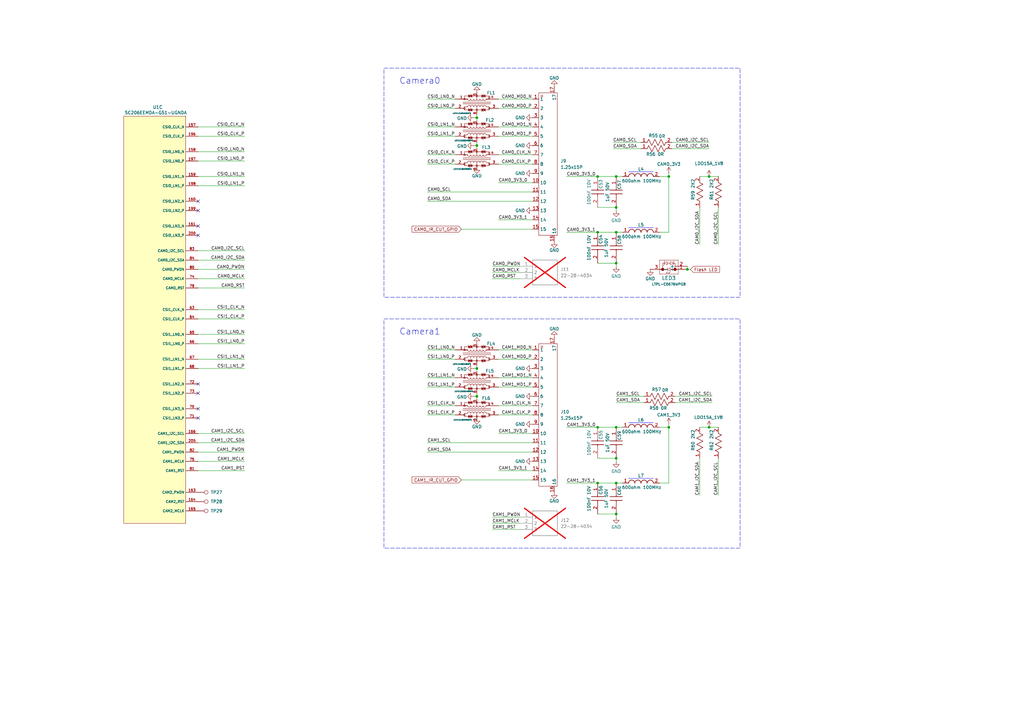
<source format=kicad_sch>
(kicad_sch (version 20250114) (generator "eeschema") (generator_version "9.0")
  (paper "A3")
  (title_block (title "Camera") (date "2025-10-10") (rev "v1.0") (company "Author: Mehmet Cihangir") (comment 1 "CamTracker"))
  (rectangle (start 157.48 27.94) (end 303.53 121.92) (stroke (width 0) (type dash)))
  (rectangle (start 157.48 130.81) (end 303.53 224.79) (stroke (width 0) (type dash)))
  (text "Camera0" (at 172.212 33.274 0) (effects (font (size 2.54 2.54))))
  (text "Camera1" (at 172.212 136.144 0) (effects (font (size 2.54 2.54))))
  (junction (at 281.94 110.49))
  (junction (at 252.73 72.39))
  (junction (at 252.73 85.09))
  (junction (at 245.11 175.26))
  (junction (at 245.11 95.25))
  (junction (at 252.73 107.95))
  (junction (at 252.73 175.26))
  (junction (at 252.73 198.12))
  (junction (at 195.58 162.56))
  (junction (at 195.58 59.69))
  (junction (at 195.58 151.13))
  (junction (at 252.73 95.25))
  (junction (at 245.11 72.39))
  (junction (at 274.32 72.39))
  (junction (at 252.73 210.82))
  (junction (at 290.83 175.26))
  (junction (at 290.83 72.39))
  (junction (at 252.73 187.96))
  (junction (at 245.11 198.12))
  (junction (at 195.58 48.26))
  (junction (at 274.32 175.26))
  (no_connect (at 81.28 161.29))
  (no_connect (at 81.28 96.52))
  (no_connect (at 81.28 171.45))
  (no_connect (at 81.28 92.71))
  (no_connect (at 81.28 86.36))
  (no_connect (at 81.28 157.48))
  (no_connect (at 81.28 82.55))
  (no_connect (at 81.28 167.64))
  (wire (pts (xy 245.11 187.96) (xy 252.73 187.96)))
  (wire (pts (xy 175.26 55.88) (xy 186.69 55.88)))
  (wire (pts (xy 204.47 154.94) (xy 218.44 154.94)))
  (wire (pts (xy 204.47 143.51) (xy 218.44 143.51)))
  (wire (pts (xy 195.58 162.56) (xy 194.31 162.56)))
  (wire (pts (xy 281.94 110.49) (xy 281.94 109.22)))
  (wire (pts (xy 274.32 95.25) (xy 274.32 72.39)))
  (wire (pts (xy 195.58 48.26) (xy 195.58 49.53)))
  (wire (pts (xy 204.47 74.93) (xy 218.44 74.93)))
  (wire (pts (xy 195.58 46.99) (xy 195.58 48.26)))
  (wire (pts (xy 201.93 212.09) (xy 213.36 212.09)))
  (wire (pts (xy 245.11 72.39) (xy 252.73 72.39)))
  (wire (pts (xy 195.58 171.45) (xy 195.58 172.72)))
  (wire (pts (xy 175.26 67.31) (xy 186.69 67.31)))
  (wire (pts (xy 100.33 118.11) (xy 81.28 118.11)))
  (wire (pts (xy 175.26 52.07) (xy 186.69 52.07)))
  (wire (pts (xy 274.32 72.39) (xy 274.32 71.12)))
  (wire (pts (xy 294.64 175.26) (xy 290.83 175.26)))
  (wire (pts (xy 195.58 151.13) (xy 195.58 152.4)))
  (wire (pts (xy 204.47 170.18) (xy 218.44 170.18)))
  (wire (pts (xy 287.02 175.26) (xy 290.83 175.26)))
  (wire (pts (xy 175.26 82.55) (xy 218.44 82.55)))
  (wire (pts (xy 100.33 130.81) (xy 81.28 130.81)))
  (wire (pts (xy 175.26 147.32) (xy 186.69 147.32)))
  (wire (pts (xy 204.47 147.32) (xy 218.44 147.32)))
  (wire (pts (xy 81.28 193.04) (xy 100.33 193.04)))
  (wire (pts (xy 100.33 55.88) (xy 81.28 55.88)))
  (wire (pts (xy 270.51 95.25) (xy 274.32 95.25)))
  (wire (pts (xy 81.28 177.8) (xy 100.33 177.8)))
  (wire (pts (xy 283.21 110.49) (xy 281.94 110.49)))
  (wire (pts (xy 100.33 151.13) (xy 81.28 151.13)))
  (wire (pts (xy 252.73 189.23) (xy 252.73 187.96)))
  (wire (pts (xy 175.26 170.18) (xy 186.69 170.18)))
  (wire (pts (xy 100.33 72.39) (xy 81.28 72.39)))
  (wire (pts (xy 287.02 203.2) (xy 287.02 187.96)))
  (wire (pts (xy 204.47 158.75) (xy 218.44 158.75)))
  (wire (pts (xy 252.73 212.09) (xy 252.73 210.82)))
  (wire (pts (xy 204.47 67.31) (xy 218.44 67.31)))
  (wire (pts (xy 81.28 140.97) (xy 100.33 140.97)))
  (wire (pts (xy 189.23 196.85) (xy 218.44 196.85)))
  (wire (pts (xy 81.28 137.16) (xy 100.33 137.16)))
  (wire (pts (xy 175.26 185.42) (xy 218.44 185.42)))
  (wire (pts (xy 175.26 154.94) (xy 186.69 154.94)))
  (wire (pts (xy 252.73 165.1) (xy 264.16 165.1)))
  (wire (pts (xy 292.1 165.1) (xy 276.86 165.1)))
  (wire (pts (xy 287.02 72.39) (xy 290.83 72.39)))
  (wire (pts (xy 252.73 72.39) (xy 255.27 72.39)))
  (wire (pts (xy 252.73 86.36) (xy 252.73 85.09)))
  (wire (pts (xy 195.58 68.58) (xy 195.58 69.85)))
  (wire (pts (xy 100.33 66.04) (xy 81.28 66.04)))
  (wire (pts (xy 294.64 203.2) (xy 294.64 187.96)))
  (wire (pts (xy 100.33 102.87) (xy 81.28 102.87)))
  (wire (pts (xy 204.47 177.8) (xy 218.44 177.8)))
  (wire (pts (xy 100.33 110.49) (xy 81.28 110.49)))
  (wire (pts (xy 204.47 166.37) (xy 218.44 166.37)))
  (wire (pts (xy 195.58 149.86) (xy 195.58 151.13)))
  (wire (pts (xy 201.93 214.63) (xy 213.36 214.63)))
  (wire (pts (xy 232.41 95.25) (xy 245.11 95.25)))
  (wire (pts (xy 274.32 198.12) (xy 274.32 175.26)))
  (wire (pts (xy 100.33 114.3) (xy 81.28 114.3)))
  (wire (pts (xy 195.58 48.26) (xy 194.31 48.26)))
  (wire (pts (xy 204.47 52.07) (xy 218.44 52.07)))
  (wire (pts (xy 245.11 95.25) (xy 252.73 95.25)))
  (wire (pts (xy 287.02 100.33) (xy 287.02 85.09)))
  (wire (pts (xy 100.33 127) (xy 81.28 127)))
  (wire (pts (xy 175.26 143.51) (xy 186.69 143.51)))
  (wire (pts (xy 175.26 181.61) (xy 218.44 181.61)))
  (wire (pts (xy 270.51 198.12) (xy 274.32 198.12)))
  (wire (pts (xy 201.93 114.3) (xy 213.36 114.3)))
  (wire (pts (xy 252.73 175.26) (xy 255.27 175.26)))
  (wire (pts (xy 100.33 147.32) (xy 81.28 147.32)))
  (wire (pts (xy 251.46 60.96) (xy 262.89 60.96)))
  (wire (pts (xy 100.33 62.23) (xy 81.28 62.23)))
  (wire (pts (xy 175.26 158.75) (xy 186.69 158.75)))
  (wire (pts (xy 232.41 175.26) (xy 245.11 175.26)))
  (wire (pts (xy 270.51 72.39) (xy 274.32 72.39)))
  (wire (pts (xy 175.26 166.37) (xy 186.69 166.37)))
  (wire (pts (xy 100.33 76.2) (xy 81.28 76.2)))
  (wire (pts (xy 81.28 185.42) (xy 100.33 185.42)))
  (wire (pts (xy 195.58 151.13) (xy 194.31 151.13)))
  (wire (pts (xy 100.33 106.68) (xy 81.28 106.68)))
  (wire (pts (xy 195.58 161.29) (xy 195.58 162.56)))
  (wire (pts (xy 81.28 181.61) (xy 100.33 181.61)))
  (wire (pts (xy 245.11 107.95) (xy 252.73 107.95)))
  (wire (pts (xy 232.41 72.39) (xy 245.11 72.39)))
  (wire (pts (xy 245.11 198.12) (xy 252.73 198.12)))
  (wire (pts (xy 201.93 109.22) (xy 213.36 109.22)))
  (wire (pts (xy 270.51 175.26) (xy 274.32 175.26)))
  (wire (pts (xy 201.93 111.76) (xy 213.36 111.76)))
  (wire (pts (xy 274.32 175.26) (xy 274.32 173.99)))
  (wire (pts (xy 175.26 63.5) (xy 186.69 63.5)))
  (wire (pts (xy 204.47 193.04) (xy 218.44 193.04)))
  (wire (pts (xy 195.58 60.96) (xy 195.58 59.69)))
  (wire (pts (xy 81.28 189.23) (xy 100.33 189.23)))
  (wire (pts (xy 195.58 58.42) (xy 195.58 59.69)))
  (wire (pts (xy 292.1 162.56) (xy 276.86 162.56)))
  (wire (pts (xy 252.73 198.12) (xy 255.27 198.12)))
  (wire (pts (xy 294.64 100.33) (xy 294.64 85.09)))
  (wire (pts (xy 175.26 78.74) (xy 218.44 78.74)))
  (wire (pts (xy 201.93 217.17) (xy 213.36 217.17)))
  (wire (pts (xy 245.11 175.26) (xy 252.73 175.26)))
  (wire (pts (xy 245.11 85.09) (xy 252.73 85.09)))
  (wire (pts (xy 100.33 52.07) (xy 81.28 52.07)))
  (wire (pts (xy 204.47 44.45) (xy 218.44 44.45)))
  (wire (pts (xy 204.47 63.5) (xy 218.44 63.5)))
  (wire (pts (xy 195.58 59.69) (xy 194.31 59.69)))
  (wire (pts (xy 294.64 72.39) (xy 290.83 72.39)))
  (wire (pts (xy 195.58 163.83) (xy 195.58 162.56)))
  (wire (pts (xy 251.46 58.42) (xy 262.89 58.42)))
  (wire (pts (xy 204.47 90.17) (xy 218.44 90.17)))
  (wire (pts (xy 290.83 60.96) (xy 275.59 60.96)))
  (wire (pts (xy 175.26 40.64) (xy 186.69 40.64)))
  (wire (pts (xy 175.26 44.45) (xy 186.69 44.45)))
  (wire (pts (xy 252.73 109.22) (xy 252.73 107.95)))
  (wire (pts (xy 204.47 55.88) (xy 218.44 55.88)))
  (wire (pts (xy 245.11 210.82) (xy 252.73 210.82)))
  (wire (pts (xy 252.73 162.56) (xy 264.16 162.56)))
  (wire (pts (xy 189.23 93.98) (xy 218.44 93.98)))
  (wire (pts (xy 232.41 198.12) (xy 245.11 198.12)))
  (wire (pts (xy 290.83 58.42) (xy 275.59 58.42)))
  (wire (pts (xy 204.47 40.64) (xy 218.44 40.64)))
  (wire (pts (xy 252.73 95.25) (xy 255.27 95.25)))
  (label "CAM1_PWDN" (at 201.93 212.09 0))
  (label "CAM1_MD0_P" (at 205.74 147.32 0))
  (label "CAM1_SCL" (at 252.73 162.56 0))
  (label "CAM0_CLK_N" (at 205.74 63.5 0))
  (label "CSI1_LN1_N" (at 175.26 154.94 0))
  (label "CAM0_PWDN" (at 100.33 110.49 180))
  (label "CSI1_LN1_P" (at 100.33 151.13 180))
  (label "CSI1_CLK_N" (at 175.26 166.37 0))
  (label "CSI1_CLK_P" (at 175.26 170.18 0))
  (label "CAM1_I2C_SCL" (at 100.33 177.8 180))
  (label "CAM1_3V3_0" (at 232.41 175.26 0))
  (label "CAM1_MD0_N" (at 205.74 143.51 0))
  (label "CSI1_LN0_P" (at 100.33 140.97 180))
  (label "CAM1_SDA" (at 175.26 185.42 0))
  (label "CSI1_LN1_P" (at 175.26 158.75 0))
  (label "CAM0_3V3_0" (at 232.41 72.39 0))
  (label "CAM0_RST" (at 201.93 114.3 0))
  (label "CAM1_SCL" (at 175.26 181.61 0))
  (label "CAM1_I2C_SDA" (at 287.02 203.2 90))
  (label "CAM0_I2C_SDA" (at 287.02 100.33 90))
  (label "CSI0_LN0_N" (at 100.33 62.23 180))
  (label "CAM0_PWDN" (at 201.93 109.22 0))
  (label "CAM0_RST" (at 100.33 118.11 180))
  (label "CAM0_3V3_0" (at 204.47 74.93 0))
  (label "CSI1_LN1_N" (at 100.33 147.32 180))
  (label "CAM0_CLK_P" (at 205.74 67.31 0))
  (label "CAM1_RST" (at 201.93 217.17 0))
  (label "CAM1_PWDN" (at 100.33 185.42 180))
  (label "CAM1_3V3_1" (at 232.41 198.12 0))
  (label "CAM1_CLK_N" (at 205.74 166.37 0))
  (label "CSI1_LN0_N" (at 100.33 137.16 180))
  (label "CSI0_CLK_P" (at 100.33 55.88 180))
  (label "CAM0_MD1_P" (at 205.74 55.88 0))
  (label "CSI1_CLK_P" (at 100.33 130.81 180))
  (label "CSI0_LN1_P" (at 100.33 76.2 180))
  (label "CSI0_LN1_N" (at 100.33 72.39 180))
  (label "CAM1_RST" (at 100.33 193.04 180))
  (label "CAM0_SDA" (at 251.46 60.96 0))
  (label "CAM0_3V3_1" (at 204.47 90.17 0))
  (label "CSI0_LN0_P" (at 175.26 44.45 0))
  (label "CSI0_LN1_P" (at 175.26 55.88 0))
  (label "CAM1_I2C_SCL" (at 294.64 203.2 90))
  (label "CAM0_I2C_SDA" (at 290.83 60.96 180))
  (label "CAM0_MCLK" (at 201.93 111.76 0))
  (label "CAM0_MD0_P" (at 205.74 44.45 0))
  (label "CAM1_3V3_1" (at 204.47 193.04 0))
  (label "CSI0_CLK_N" (at 100.33 52.07 180))
  (label "CSI0_LN0_N" (at 175.26 40.64 0))
  (label "CAM0_MD0_N" (at 205.74 40.64 0))
  (label "CSI0_LN0_P" (at 100.33 66.04 180))
  (label "CAM0_SDA" (at 175.26 82.55 0))
  (label "CAM1_SDA" (at 252.73 165.1 0))
  (label "CAM0_SCL" (at 251.46 58.42 0))
  (label "CAM1_I2C_SDA" (at 100.33 181.61 180))
  (label "CAM1_MD1_P" (at 205.74 158.75 0))
  (label "CSI1_LN0_N" (at 175.26 143.51 0))
  (label "CAM0_MD1_N" (at 205.74 52.07 0))
  (label "CAM0_I2C_SCL" (at 100.33 102.87 180))
  (label "CAM0_MCLK" (at 100.33 114.3 180))
  (label "CAM1_MCLK" (at 201.93 214.63 0))
  (label "CSI0_CLK_N" (at 175.26 63.5 0))
  (label "CAM1_MD1_N" (at 205.74 154.94 0))
  (label "CAM0_SCL" (at 175.26 78.74 0))
  (label "CAM1_I2C_SCL" (at 292.1 162.56 180))
  (label "CSI0_CLK_P" (at 175.26 67.31 0))
  (label "CAM0_I2C_SCL" (at 290.83 58.42 180))
  (label "CAM1_I2C_SDA" (at 292.1 165.1 180))
  (label "CAM1_CLK_P" (at 205.74 170.18 0))
  (label "CAM0_I2C_SDA" (at 100.33 106.68 180))
  (label "CSI0_LN1_N" (at 175.26 52.07 0))
  (label "CSI1_CLK_N" (at 100.33 127 180))
  (label "CAM1_3V3_0" (at 204.47 177.8 0))
  (label "CAM0_I2C_SCL" (at 294.64 100.33 90))
  (label "CSI1_LN0_P" (at 175.26 147.32 0))
  (label "CAM1_MCLK" (at 100.33 189.23 180))
  (label "CAM0_3V3_1" (at 232.41 95.25 0))
  (global_label "CAM1_IR_CUT_GPIO" (shape input) (at 189.23 196.85 180) (property "Intersheetrefs" "${INTERSHEET_REFS}" (effects (hide yes))))
  (global_label "CAM0_IR_CUT_GPIO" (shape input) (at 189.23 93.98 180) (property "Intersheetrefs" "${INTERSHEET_REFS}" (effects (hide yes))))
  (global_label "Flash LED" (shape input) (at 283.21 110.49 0) (property "Intersheetrefs" "${INTERSHEET_REFS}" (effects (hide yes))))
  (symbol (lib_id "000MCLib:22-28-4034") (at 223.52 214.63 0) (unit 1) (in_bom no) (dnp yes)
    (property "Reference" "J12" (at 229.87 213.3599 0) (effects (justify left)))
    (property "Value" "22-28-4034" (at 229.87 215.8999 0) (effects (justify left)))
    (property "Footprint" "000MCLib:HDRV3W66P0X254_1X3_762X249X1042P" (effects (hide yes)))
    (property "Description" "Connector 3P 2.54mm Male Header" (effects (hide yes)))
    (property "Manufacturer" "Molex" (effects (hide yes)))
    (property "Part Number" "22-28-4034" (effects (hide yes)))
  )
  (symbol (lib_id "power:GND") (at 194.31 162.56 270) (unit 1)
    (property "Reference" "#PWR096" (effects (hide yes)))
    (property "Value" "GND" (at 189.484 162.814 90))
    (property "Description" "Power symbol creates a global label with name \"GND\" , ground" (effects (hide yes)))
  )
  (symbol (lib_id "000MCLib:CRCW08050000Z0EA") (at 269.24 58.42 180) (unit 1)
    (property "Reference" "R55" (at 267.97 55.626 0))
    (property "Value" "0R" (at 271.526 55.88 0))
    (property "Footprint" "000MCLib:RESC2012X50N" (effects (hide yes)))
    (property "Datasheet" "http://www.vishay.com/docs/20035/dcrcwe3.pdf" (effects (hide yes)))
    (property "Description" "Resistor 0R 1/8watt 0805" (effects (hide yes)))
    (property "Height" "0.5" (effects (hide yes)))
    (property "Mouser Part Number" "71-CRCW0805-0-E3" (effects (hide yes)))
    (property "Mouser Price/Stock" "https://www.mouser.co.uk/ProductDetail/Vishay-Dale/CRCW08050000Z0EA?qs=waxnFHLl2hB4NcTp6tAQPA%3D%3D" (effects (hide yes)))
    (property "Manufacturer" "Vishay" (effects (hide yes)))
    (property "Part Number" "CRCW08050000Z0EA" (effects (hide yes)))
  )
  (symbol (lib_id "000MCLib:RC0402JR-072K2L") (at 294.64 78.74 270) (unit 1)
    (property "Reference" "R61" (at 291.846 82.042 0) (effects (justify right)))
    (property "Value" "2K2" (at 291.846 77.216 0) (effects (justify right)))
    (property "Footprint" "000MCLib:RC0402N_YAG" (effects (hide yes)))
    (property "Description" "Resistor 2K2 1/16W CH0402" (effects (hide yes)))
    (property "Manufacturer" "YAGEO" (effects (hide yes)))
    (property "Part Number" "RC0402JR-072K2L" (effects (hide yes)))
  )
  (symbol (lib_id "power:GND") (at 252.73 189.23 0) (unit 1)
    (property "Reference" "#PWR0115" (effects (hide yes)))
    (property "Value" "GND" (at 252.73 193.294 0))
    (property "Description" "Power symbol creates a global label with name \"GND\" , ground" (effects (hide yes)))
  )
  (symbol (lib_id "power:GND") (at 227.33 201.93 0) (unit 1)
    (property "Reference" "#PWR0112" (effects (hide yes)))
    (property "Value" "GND" (at 227.33 205.486 0))
    (property "Description" "Power symbol creates a global label with name \"GND\" , ground" (effects (hide yes)))
  )
  (symbol (lib_id "power:VDD") (at 290.83 72.39 0) (unit 1)
    (property "Reference" "#PWR0120" (effects (hide yes)))
    (property "Value" "LDO15A_1V8" (at 290.83 67.056 0))
    (property "Description" "Power symbol creates a global label with name \"VDD\"" (effects (hide yes)))
  )
  (symbol (lib_id "power:VDD") (at 274.32 173.99 0) (unit 1)
    (property "Reference" "#PWR0119" (effects (hide yes)))
    (property "Value" "CAM1_3V3" (at 274.32 170.18 0))
    (property "Description" "Power symbol creates a global label with name \"VDD\"" (effects (hide yes)))
  )
  (symbol (lib_id "power:GND") (at 266.7 110.49 0) (unit 1)
    (property "Reference" "#PWR0117" (effects (hide yes)))
    (property "Value" "GND" (at 266.7 114.3 0))
    (property "Description" "Power symbol creates a global label with name \"GND\" , ground" (effects (hide yes)))
  )
  (symbol (lib_id "power:GND") (at 252.73 86.36 0) (unit 1)
    (property "Reference" "#PWR0113" (effects (hide yes)))
    (property "Value" "GND" (at 252.73 90.424 0))
    (property "Description" "Power symbol creates a global label with name \"GND\" , ground" (effects (hide yes)))
  )
  (symbol (lib_id "power:GND") (at 252.73 212.09 0) (unit 1)
    (property "Reference" "#PWR0116" (effects (hide yes)))
    (property "Value" "GND" (at 252.73 216.154 0))
    (property "Description" "Power symbol creates a global label with name \"GND\" , ground" (effects (hide yes)))
  )
  (symbol (lib_id "000MCLib:LCFE121002A900TG") (at 195.58 66.04 0) (mirror x) (unit 1)
    (property "Reference" "FL3" (at 197.612 60.452 0) (effects (justify left)))
    (property "Value" "LCFE121002A900TG" (at 185.928 69.342 0) (effects (font (size 0.508 0.508)) (justify left)))
    (property "Footprint" "000MCLib:LCFE121002A900TG" (effects (hide yes)))
    (property "Datasheet" "https://www.littelfuse.com/~/media/electronics/datasheets/emc_components/littelfuse_emi_filter_lcfe_datasheet.pdf.pdf" (effects (hide yes)))
    (property "Description" "Common Mode Chokes / Filters 90ohms 25% 100A 2 Lines 1210" (effects (hide yes)))
    (property "Manufacturer" "LITTELFUSE" (effects (hide yes)))
    (property "Part Number" "LCFE121002A900TG" (effects (hide yes)))
  )
  (symbol (lib_id "power:GND") (at 218.44 59.69 270) (unit 1)
    (property "Reference" "#PWR0102" (effects (hide yes)))
    (property "Value" "GND" (at 213.36 59.69 90))
    (property "Description" "Power symbol creates a global label with name \"GND\" , ground" (effects (hide yes)))
  )
  (symbol (lib_id "000MCLib:GRM155R61H105KE05D") (at 252.73 101.6 270) (unit 1)
    (property "Reference" "C58" (at 254 100.33 0) (effects (justify right)))
    (property "Value" "1uF 50V" (at 248.666 105.664 0) (effects (justify right)))
    (property "Footprint" "000MCLib:CAPC1005X55N" (effects (hide yes)))
    (property "Datasheet" "https://search.murata.co.jp/Ceramy/image/img/A01X/G101/ENG/GRM155R61H105KE05-01A.pdf" (effects (hide yes)))
    (property "Description" "Capacitor 1uF, 50V, X5R, 0402" (effects (hide yes)))
    (property "Manufacturer" "Murata Electronics" (effects (hide yes)))
    (property "Part Number" "GRM155R61H105KE05D" (effects (hide yes)))
  )
  (symbol (lib_id "power:GND") (at 194.31 48.26 270) (unit 1)
    (property "Reference" "#PWR093" (effects (hide yes)))
    (property "Value" "GND" (at 189.484 48.514 90))
    (property "Description" "Power symbol creates a global label with name \"GND\" , ground" (effects (hide yes)))
  )
  (symbol (lib_id "000MCLib:GRM155R71A104KA01D") (at 245.11 204.47 270) (unit 1)
    (property "Reference" "C56" (at 246.38 202.946 0) (effects (justify right)))
    (property "Value" "100nF 10V" (at 241.554 209.804 0) (effects (justify right)))
    (property "Footprint" "000MCLib:CAPC1005X55N" (effects (hide yes)))
    (property "Datasheet" "http://www.murata.com/~/media/webrenewal/support/library/catalog/products/capacitor/mlcc/c02e.pdf" (effects (hide yes)))
    (property "Description" "Capacitor 100nF, 10V, X7R, 0402" (effects (hide yes)))
    (property "Manufacturer" "Murata Electronics" (effects (hide yes)))
    (property "Part Number" "GRM155R71A104KA01D" (effects (hide yes)))
  )
  (symbol (lib_id "power:GND") (at 218.44 71.12 270) (unit 1)
    (property "Reference" "#PWR0103" (effects (hide yes)))
    (property "Value" "GND" (at 213.36 71.12 90))
    (property "Description" "Power symbol creates a global label with name \"GND\" , ground" (effects (hide yes)))
  )
  (symbol (lib_id "000MCLib:GRM155R71A104KA01D") (at 245.11 181.61 270) (unit 1)
    (property "Reference" "C55" (at 246.38 180.34 0) (effects (justify right)))
    (property "Value" "100nF 10V" (at 241.554 186.944 0) (effects (justify right)))
    (property "Footprint" "000MCLib:CAPC1005X55N" (effects (hide yes)))
    (property "Datasheet" "http://www.murata.com/~/media/webrenewal/support/library/catalog/products/capacitor/mlcc/c02e.pdf" (effects (hide yes)))
    (property "Description" "Capacitor 100nF, 10V, X7R, 0402" (effects (hide yes)))
    (property "Manufacturer" "Murata Electronics" (effects (hide yes)))
    (property "Part Number" "GRM155R71A104KA01D" (effects (hide yes)))
  )
  (symbol (lib_id "power:GND") (at 195.58 68.58 0) (unit 1)
    (property "Reference" "#PWR098" (effects (hide yes)))
    (property "Value" "GND" (at 195.58 72.136 0))
    (property "Description" "Power symbol creates a global label with name \"GND\" , ground" (effects (hide yes)))
  )
  (symbol (lib_id "000MCLib:CRCW08050000Z0EA") (at 269.24 60.96 180) (unit 1)
    (property "Reference" "R56" (at 266.954 63.246 0))
    (property "Value" "0R" (at 271.018 63.246 0))
    (property "Footprint" "000MCLib:RESC2012X50N" (effects (hide yes)))
    (property "Datasheet" "http://www.vishay.com/docs/20035/dcrcwe3.pdf" (effects (hide yes)))
    (property "Description" "Resistor 0R 1/8watt 0805" (effects (hide yes)))
    (property "Height" "0.5" (effects (hide yes)))
    (property "Mouser Part Number" "71-CRCW0805-0-E3" (effects (hide yes)))
    (property "Mouser Price/Stock" "https://www.mouser.co.uk/ProductDetail/Vishay-Dale/CRCW08050000Z0EA?qs=waxnFHLl2hB4NcTp6tAQPA%3D%3D" (effects (hide yes)))
    (property "Manufacturer" "Vishay" (effects (hide yes)))
    (property "Part Number" "CRCW08050000Z0EA" (effects (hide yes)))
  )
  (symbol (lib_id "000MCLib:7427927291") (at 262.89 198.12 0) (unit 1)
    (property "Reference" "L7" (at 262.89 195.072 0))
    (property "Value" "600ohm 100MHz" (at 263.144 199.898 0))
    (property "Footprint" "000MCLib:0402" (effects (hide yes)))
    (property "Datasheet" "http://componentsearchengine.com/Datasheets/1/7427927291.pdf" (effects (hide yes)))
    (property "Description" "Ferrite Bead 600ohm 100MHz 300mA" (effects (hide yes)))
    (property "Manufacturer" "Wurth Elektronik" (effects (hide yes)))
    (property "Part Number" "7427927291" (effects (hide yes)))
  )
  (symbol (lib_id "power:GND") (at 194.31 151.13 270) (unit 1)
    (property "Reference" "#PWR095" (effects (hide yes)))
    (property "Value" "GND" (at 189.484 151.384 90))
    (property "Description" "Power symbol creates a global label with name \"GND\" , ground" (effects (hide yes)))
  )
  (symbol (lib_id "000MCLib:RC0402JR-072K2L") (at 287.02 78.74 270) (unit 1)
    (property "Reference" "R59" (at 284.226 82.042 0) (effects (justify right)))
    (property "Value" "2K2" (at 284.226 77.216 0) (effects (justify right)))
    (property "Footprint" "000MCLib:RC0402N_YAG" (effects (hide yes)))
    (property "Description" "Resistor 2K2 1/16W CH0402" (effects (hide yes)))
    (property "Manufacturer" "YAGEO" (effects (hide yes)))
    (property "Part Number" "RC0402JR-072K2L" (effects (hide yes)))
  )
  (symbol (lib_id "000MCLib:GRM155R61H105KE05D") (at 252.73 78.74 270) (unit 1)
    (property "Reference" "C57" (at 254 77.724 0) (effects (justify right)))
    (property "Value" "1uF 50V" (at 249.174 82.804 0) (effects (justify right)))
    (property "Footprint" "000MCLib:CAPC1005X55N" (effects (hide yes)))
    (property "Datasheet" "https://search.murata.co.jp/Ceramy/image/img/A01X/G101/ENG/GRM155R61H105KE05-01A.pdf" (effects (hide yes)))
    (property "Description" "Capacitor 1uF, 50V, X5R, 0402" (effects (hide yes)))
    (property "Manufacturer" "Murata Electronics" (effects (hide yes)))
    (property "Part Number" "GRM155R61H105KE05D" (effects (hide yes)))
  )
  (symbol (lib_id "000MCLib:TestPoint") (at 81.28 209.55 270) (unit 1)
    (property "Reference" "TP29" (at 86.36 209.55 90) (effects (justify left)))
    (property "Value" "TestPoint" (effects (hide yes)))
    (property "Footprint" "TestPoint:TestPoint_Pad_D1.0mm" (effects (hide yes)))
    (property "Description" "test point" (effects (hide yes)))
  )
  (symbol (lib_id "000MCLib:TestPoint") (at 81.28 205.74 270) (unit 1)
    (property "Reference" "TP28" (at 86.36 205.74 90) (effects (justify left)))
    (property "Value" "TestPoint" (effects (hide yes)))
    (property "Footprint" "TestPoint:TestPoint_Pad_D1.0mm" (effects (hide yes)))
    (property "Description" "test point" (effects (hide yes)))
  )
  (symbol (lib_id "000MCLib:CRCW08050000Z0EA") (at 270.51 162.56 180) (unit 1)
    (property "Reference" "R57" (at 269.24 159.766 0))
    (property "Value" "0R" (at 272.796 160.02 0))
    (property "Footprint" "000MCLib:RESC2012X50N" (effects (hide yes)))
    (property "Datasheet" "http://www.vishay.com/docs/20035/dcrcwe3.pdf" (effects (hide yes)))
    (property "Description" "Resistor 0R 1/8watt 0805" (effects (hide yes)))
    (property "Height" "0.5" (effects (hide yes)))
    (property "Mouser Part Number" "71-CRCW0805-0-E3" (effects (hide yes)))
    (property "Mouser Price/Stock" "https://www.mouser.co.uk/ProductDetail/Vishay-Dale/CRCW08050000Z0EA?qs=waxnFHLl2hB4NcTp6tAQPA%3D%3D" (effects (hide yes)))
    (property "Manufacturer" "Vishay" (effects (hide yes)))
    (property "Part Number" "CRCW08050000Z0EA" (effects (hide yes)))
  )
  (symbol (lib_id "000MCLib:GRM155R61H105KE05D") (at 252.73 181.61 270) (unit 1)
    (property "Reference" "C59" (at 254 180.594 0) (effects (justify right)))
    (property "Value" "1uF 50V" (at 249.174 185.674 0) (effects (justify right)))
    (property "Footprint" "000MCLib:CAPC1005X55N" (effects (hide yes)))
    (property "Datasheet" "https://search.murata.co.jp/Ceramy/image/img/A01X/G101/ENG/GRM155R61H105KE05-01A.pdf" (effects (hide yes)))
    (property "Description" "Capacitor 1uF, 50V, X5R, 0402" (effects (hide yes)))
    (property "Manufacturer" "Murata Electronics" (effects (hide yes)))
    (property "Part Number" "GRM155R61H105KE05D" (effects (hide yes)))
  )
  (symbol (lib_id "000MCLib:7427927291") (at 262.89 175.26 0) (unit 1)
    (property "Reference" "L6" (at 262.89 172.212 0))
    (property "Value" "600ohm 100MHz" (at 263.144 177.038 0))
    (property "Footprint" "000MCLib:0402" (effects (hide yes)))
    (property "Datasheet" "http://componentsearchengine.com/Datasheets/1/7427927291.pdf" (effects (hide yes)))
    (property "Description" "Ferrite Bead 600ohm 100MHz 300mA" (effects (hide yes)))
    (property "Manufacturer" "Wurth Elektronik" (effects (hide yes)))
    (property "Part Number" "7427927291" (effects (hide yes)))
  )
  (symbol (lib_id "power:GND") (at 227.33 99.06 0) (unit 1)
    (property "Reference" "#PWR0110" (effects (hide yes)))
    (property "Value" "GND" (at 227.33 102.616 0))
    (property "Description" "Power symbol creates a global label with name \"GND\" , ground" (effects (hide yes)))
  )
  (symbol (lib_id "power:GND") (at 218.44 162.56 270) (unit 1)
    (property "Reference" "#PWR0106" (effects (hide yes)))
    (property "Value" "GND" (at 213.36 162.56 90))
    (property "Description" "Power symbol creates a global label with name \"GND\" , ground" (effects (hide yes)))
  )
  (symbol (lib_id "power:GND") (at 218.44 151.13 270) (unit 1)
    (property "Reference" "#PWR0105" (effects (hide yes)))
    (property "Value" "GND" (at 213.36 151.13 90))
    (property "Description" "Power symbol creates a global label with name \"GND\" , ground" (effects (hide yes)))
  )
  (symbol (lib_id "power:GND") (at 227.33 138.43 180) (unit 1)
    (property "Reference" "#PWR0111" (effects (hide yes)))
    (property "Value" "GND" (at 227.33 134.874 0))
    (property "Description" "Power symbol creates a global label with name \"GND\" , ground" (effects (hide yes)))
  )
  (symbol (lib_id "power:VDD") (at 274.32 71.12 0) (unit 1)
    (property "Reference" "#PWR0118" (effects (hide yes)))
    (property "Value" "CAM0_3V3" (at 274.32 67.31 0))
    (property "Description" "Power symbol creates a global label with name \"VDD\"" (effects (hide yes)))
  )
  (symbol (lib_id "000MCLib:LCFE121002A900TG") (at 195.58 146.05 0) (mirror x) (unit 1)
    (property "Reference" "FL4" (at 199.644 140.97 0) (effects (justify left)))
    (property "Value" "LCFE121002A900TG" (at 185.674 149.352 0) (effects (font (size 0.508 0.508)) (justify left)))
    (property "Footprint" "000MCLib:LCFE121002A900TG" (effects (hide yes)))
    (property "Datasheet" "https://www.littelfuse.com/~/media/electronics/datasheets/emc_components/littelfuse_emi_filter_lcfe_datasheet.pdf.pdf" (effects (hide yes)))
    (property "Description" "Common Mode Chokes / Filters 90ohms 25% 100A 2 Lines 1210" (effects (hide yes)))
    (property "Manufacturer" "LITTELFUSE" (effects (hide yes)))
    (property "Part Number" "LCFE121002A900TG" (effects (hide yes)))
  )
  (symbol (lib_id "000MCLib:LCFE121002A900TG") (at 195.58 54.61 0) (mirror x) (unit 1)
    (property "Reference" "FL2" (at 199.136 49.276 0) (effects (justify left)))
    (property "Value" "LCFE121002A900TG" (at 186.436 57.658 0) (effects (font (size 0.508 0.508)) (justify left)))
    (property "Footprint" "000MCLib:LCFE121002A900TG" (effects (hide yes)))
    (property "Datasheet" "https://www.littelfuse.com/~/media/electronics/datasheets/emc_components/littelfuse_emi_filter_lcfe_datasheet.pdf.pdf" (effects (hide yes)))
    (property "Description" "Common Mode Chokes / Filters 90ohms 25% 100A 2 Lines 1210" (effects (hide yes)))
    (property "Manufacturer" "LITTELFUSE" (effects (hide yes)))
    (property "Part Number" "LCFE121002A900TG" (effects (hide yes)))
  )
  (symbol (lib_id "000MCLib:LCFE121002A900TG") (at 195.58 157.48 0) (mirror x) (unit 1)
    (property "Reference" "FL5" (at 199.136 152.146 0) (effects (justify left)))
    (property "Value" "LCFE121002A900TG" (at 186.436 160.528 0) (effects (font (size 0.508 0.508)) (justify left)))
    (property "Footprint" "000MCLib:LCFE121002A900TG" (effects (hide yes)))
    (property "Datasheet" "https://www.littelfuse.com/~/media/electronics/datasheets/emc_components/littelfuse_emi_filter_lcfe_datasheet.pdf.pdf" (effects (hide yes)))
    (property "Description" "Common Mode Chokes / Filters 90ohms 25% 100A 2 Lines 1210" (effects (hide yes)))
    (property "Manufacturer" "LITTELFUSE" (effects (hide yes)))
    (property "Part Number" "LCFE121002A900TG" (effects (hide yes)))
  )
  (symbol (lib_id "power:GND") (at 252.73 109.22 0) (unit 1)
    (property "Reference" "#PWR0114" (effects (hide yes)))
    (property "Value" "GND" (at 252.73 113.284 0))
    (property "Description" "Power symbol creates a global label with name \"GND\" , ground" (effects (hide yes)))
  )
  (symbol (lib_id "power:VDD") (at 290.83 175.26 0) (unit 1)
    (property "Reference" "#PWR0121" (effects (hide yes)))
    (property "Value" "LDO15A_1V8" (at 290.576 171.196 0))
    (property "Description" "Power symbol creates a global label with name \"VDD\"" (effects (hide yes)))
  )
  (symbol (lib_id "000MCLib:GRM155R71A104KA01D") (at 245.11 101.6 270) (unit 1)
    (property "Reference" "C54" (at 246.38 100.076 0) (effects (justify right)))
    (property "Value" "100nF 10V" (at 241.554 106.934 0) (effects (justify right)))
    (property "Footprint" "000MCLib:CAPC1005X55N" (effects (hide yes)))
    (property "Datasheet" "http://www.murata.com/~/media/webrenewal/support/library/catalog/products/capacitor/mlcc/c02e.pdf" (effects (hide yes)))
    (property "Description" "Capacitor 100nF, 10V, X7R, 0402" (effects (hide yes)))
    (property "Manufacturer" "Murata Electronics" (effects (hide yes)))
    (property "Part Number" "GRM155R71A104KA01D" (effects (hide yes)))
  )
  (symbol (lib_id "000MCLib:GRM155R71A104KA01D") (at 245.11 78.74 270) (unit 1)
    (property "Reference" "C53" (at 246.38 77.47 0) (effects (justify right)))
    (property "Value" "100nF 10V" (at 241.554 84.074 0) (effects (justify right)))
    (property "Footprint" "000MCLib:CAPC1005X55N" (effects (hide yes)))
    (property "Datasheet" "http://www.murata.com/~/media/webrenewal/support/library/catalog/products/capacitor/mlcc/c02e.pdf" (effects (hide yes)))
    (property "Description" "Capacitor 100nF, 10V, X7R, 0402" (effects (hide yes)))
    (property "Manufacturer" "Murata Electronics" (effects (hide yes)))
    (property "Part Number" "GRM155R71A104KA01D" (effects (hide yes)))
  )
  (symbol (lib_id "000MCLib:7427927291") (at 262.89 72.39 0) (unit 1)
    (property "Reference" "L4" (at 262.89 69.342 0))
    (property "Value" "600ohm 100MHz" (at 263.144 74.168 0))
    (property "Footprint" "000MCLib:0402" (effects (hide yes)))
    (property "Datasheet" "http://componentsearchengine.com/Datasheets/1/7427927291.pdf" (effects (hide yes)))
    (property "Description" "Ferrite Bead 600ohm 100MHz 300mA" (effects (hide yes)))
    (property "Manufacturer" "Wurth Elektronik" (effects (hide yes)))
    (property "Part Number" "7427927291" (effects (hide yes)))
  )
  (symbol (lib_id "power:GND") (at 227.33 35.56 180) (unit 1)
    (property "Reference" "#PWR0109" (effects (hide yes)))
    (property "Value" "GND" (at 227.33 32.004 0))
    (property "Description" "Power symbol creates a global label with name \"GND\" , ground" (effects (hide yes)))
  )
  (symbol (lib_id "000MCLib:22-28-4034") (at 223.52 111.76 0) (unit 1) (in_bom no) (dnp yes)
    (property "Reference" "J11" (at 229.87 110.4899 0) (effects (justify left)))
    (property "Value" "22-28-4034" (at 229.87 113.0299 0) (effects (justify left)))
    (property "Footprint" "000MCLib:HDRV3W66P0X254_1X3_762X249X1042P" (effects (hide yes)))
    (property "Description" "Connector 3P 2.54mm Male Header" (effects (hide yes)))
    (property "Manufacturer" "Molex" (effects (hide yes)))
    (property "Part Number" "22-28-4034" (effects (hide yes)))
  )
  (symbol (lib_id "000MCLib:LCFE121002A900TG") (at 195.58 43.18 0) (mirror x) (unit 1)
    (property "Reference" "FL1" (at 199.644 38.1 0) (effects (justify left)))
    (property "Value" "LCFE121002A900TG" (at 185.674 46.482 0) (effects (font (size 0.508 0.508)) (justify left)))
    (property "Footprint" "000MCLib:LCFE121002A900TG" (effects (hide yes)))
    (property "Datasheet" "https://www.littelfuse.com/~/media/electronics/datasheets/emc_components/littelfuse_emi_filter_lcfe_datasheet.pdf.pdf" (effects (hide yes)))
    (property "Description" "Common Mode Chokes / Filters 90ohms 25% 100A 2 Lines 1210" (effects (hide yes)))
    (property "Manufacturer" "LITTELFUSE" (effects (hide yes)))
    (property "Part Number" "LCFE121002A900TG" (effects (hide yes)))
  )
  (symbol (lib_id "000MCLib:1.25-15P LT") (at 222.25 161.29 0) (unit 1)
    (property "Reference" "J10" (at 229.87 168.9099 0) (effects (justify left)))
    (property "Value" "1.25x15P" (at 229.87 171.4499 0) (effects (justify left)))
    (property "Footprint" "000MCLib:CONN-SMD_15P-P1.25_HCTL_HC-1.25-15PLT" (effects (hide yes)))
    (property "Datasheet" "https://item.szlcsc.com/datasheet/1.25-15P%2520LT/6818760.html" (effects (hide yes)))
    (property "Description" "Connector 1.25mm x 15P R" (effects (hide yes)))
    (property "Manufacturer" "SHOU HAN(首韩)" (effects (hide yes)))
    (property "Part Number" "1.25-15P LT" (effects (hide yes)))
  )
  (symbol (lib_id "power:GND") (at 194.31 59.69 270) (unit 1)
    (property "Reference" "#PWR094" (effects (hide yes)))
    (property "Value" "GND" (at 189.484 59.944 90))
    (property "Description" "Power symbol creates a global label with name \"GND\" , ground" (effects (hide yes)))
  )
  (symbol (lib_id "power:GND") (at 218.44 173.99 270) (unit 1)
    (property "Reference" "#PWR0107" (effects (hide yes)))
    (property "Value" "GND" (at 213.36 173.99 90))
    (property "Description" "Power symbol creates a global label with name \"GND\" , ground" (effects (hide yes)))
  )
  (symbol (lib_id "000MCLib:RC0402JR-072K2L") (at 294.64 181.61 270) (unit 1)
    (property "Reference" "R62" (at 291.846 184.912 0) (effects (justify right)))
    (property "Value" "2K2" (at 291.846 180.086 0) (effects (justify right)))
    (property "Footprint" "000MCLib:RC0402N_YAG" (effects (hide yes)))
    (property "Description" "Resistor 2K2 1/16W CH0402" (effects (hide yes)))
    (property "Manufacturer" "YAGEO" (effects (hide yes)))
    (property "Part Number" "RC0402JR-072K2L" (effects (hide yes)))
  )
  (symbol (lib_id "000MCLib:LCFE121002A900TG") (at 195.58 168.91 0) (mirror x) (unit 1)
    (property "Reference" "FL6" (at 197.612 163.322 0) (effects (justify left)))
    (property "Value" "LCFE121002A900TG" (at 185.928 172.212 0) (effects (font (size 0.508 0.508)) (justify left)))
    (property "Footprint" "000MCLib:LCFE121002A900TG" (effects (hide yes)))
    (property "Datasheet" "https://www.littelfuse.com/~/media/electronics/datasheets/emc_components/littelfuse_emi_filter_lcfe_datasheet.pdf.pdf" (effects (hide yes)))
    (property "Description" "Common Mode Chokes / Filters 90ohms 25% 100A 2 Lines 1210" (effects (hide yes)))
    (property "Manufacturer" "LITTELFUSE" (effects (hide yes)))
    (property "Part Number" "LCFE121002A900TG" (effects (hide yes)))
  )
  (symbol (lib_id "000MCLib:LTPL-C0676WPGB") (at 274.32 110.49 180) (unit 1)
    (property "Reference" "LED3" (at 274.32 114.046 0) (effects (font (size 1.524 1.524))))
    (property "Value" "LTPL-C0676WPGB" (at 274.32 116.586 0) (effects (font (size 1.016 1.016))))
    (property "Footprint" "000MCLib:LTPL-C0676WPGB" (effects (hide yes)))
    (property "Description" "LED High Power White Vf=3.3V" (effects (hide yes)))
    (property "Manufacturer" "Lite-On Inc." (effects (hide yes)))
    (property "Part Number" "LTPL-C0676WPGB" (effects (hide yes)))
  )
  (symbol (lib_id "power:GND") (at 218.44 48.26 270) (unit 1)
    (property "Reference" "#PWR0101" (effects (hide yes)))
    (property "Value" "GND" (at 213.36 48.26 90))
    (property "Description" "Power symbol creates a global label with name \"GND\" , ground" (effects (hide yes)))
  )
  (symbol (lib_id "000MCLib:CRCW08050000Z0EA") (at 270.51 165.1 180) (unit 1)
    (property "Reference" "R58" (at 268.224 167.386 0))
    (property "Value" "0R" (at 272.288 167.386 0))
    (property "Footprint" "000MCLib:RESC2012X50N" (effects (hide yes)))
    (property "Datasheet" "http://www.vishay.com/docs/20035/dcrcwe3.pdf" (effects (hide yes)))
    (property "Description" "Resistor 0R 1/8watt 0805" (effects (hide yes)))
    (property "Height" "0.5" (effects (hide yes)))
    (property "Mouser Part Number" "71-CRCW0805-0-E3" (effects (hide yes)))
    (property "Mouser Price/Stock" "https://www.mouser.co.uk/ProductDetail/Vishay-Dale/CRCW08050000Z0EA?qs=waxnFHLl2hB4NcTp6tAQPA%3D%3D" (effects (hide yes)))
    (property "Manufacturer" "Vishay" (effects (hide yes)))
    (property "Part Number" "CRCW08050000Z0EA" (effects (hide yes)))
  )
  (symbol (lib_id "000MCLib:TestPoint") (at 81.28 201.93 270) (unit 1)
    (property "Reference" "TP27" (at 86.36 201.93 90) (effects (justify left)))
    (property "Value" "TestPoint" (effects (hide yes)))
    (property "Footprint" "TestPoint:TestPoint_Pad_D1.0mm" (effects (hide yes)))
    (property "Description" "test point" (effects (hide yes)))
  )
  (symbol (lib_id "power:GND") (at 195.58 38.1 180) (unit 1)
    (property "Reference" "#PWR097" (effects (hide yes)))
    (property "Value" "GND" (at 195.58 34.544 0))
    (property "Description" "Power symbol creates a global label with name \"GND\" , ground" (effects (hide yes)))
  )
  (symbol (lib_id "000MCLib:7427927291") (at 262.89 95.25 0) (unit 1)
    (property "Reference" "L5" (at 262.89 92.202 0))
    (property "Value" "600ohm 100MHz" (at 263.144 97.028 0))
    (property "Footprint" "000MCLib:0402" (effects (hide yes)))
    (property "Datasheet" "http://componentsearchengine.com/Datasheets/1/7427927291.pdf" (effects (hide yes)))
    (property "Description" "Ferrite Bead 600ohm 100MHz 300mA" (effects (hide yes)))
    (property "Manufacturer" "Wurth Elektronik" (effects (hide yes)))
    (property "Part Number" "7427927291" (effects (hide yes)))
  )
  (symbol (lib_id "000MCLib:SC200E") (at 64.77 121.92 0) (unit 3)
    (property "Reference" "U1" (at 64.643 43.942 0))
    (property "Value" "SC206EEMDA-G51-UGNDA" (at 63.881 46.228 0))
    (property "Footprint" "000MCLib:SC200E_SC206E" (effects (hide yes)))
    (property "Description" "SC200E/SC206E Smart Module" (effects (hide yes)))
    (property "Manufacturer" "Quectel" (effects (hide yes)))
    (property "Part Number" "SC200EEMNA-E53-UGNDA" (effects (hide yes)))
  )
  (symbol (lib_id "000MCLib:RC0402JR-072K2L") (at 287.02 181.61 270) (unit 1)
    (property "Reference" "R60" (at 284.226 184.912 0) (effects (justify right)))
    (property "Value" "2K2" (at 284.226 180.086 0) (effects (justify right)))
    (property "Footprint" "000MCLib:RC0402N_YAG" (effects (hide yes)))
    (property "Description" "Resistor 2K2 1/16W CH0402" (effects (hide yes)))
    (property "Manufacturer" "YAGEO" (effects (hide yes)))
    (property "Part Number" "RC0402JR-072K2L" (effects (hide yes)))
  )
  (symbol (lib_id "000MCLib:GRM155R61H105KE05D") (at 252.73 204.47 270) (unit 1)
    (property "Reference" "C60" (at 254 203.2 0) (effects (justify right)))
    (property "Value" "1uF 50V" (at 248.666 208.534 0) (effects (justify right)))
    (property "Footprint" "000MCLib:CAPC1005X55N" (effects (hide yes)))
    (property "Datasheet" "https://search.murata.co.jp/Ceramy/image/img/A01X/G101/ENG/GRM155R61H105KE05-01A.pdf" (effects (hide yes)))
    (property "Description" "Capacitor 1uF, 50V, X5R, 0402" (effects (hide yes)))
    (property "Manufacturer" "Murata Electronics" (effects (hide yes)))
    (property "Part Number" "GRM155R61H105KE05D" (effects (hide yes)))
  )
  (symbol (lib_id "power:GND") (at 218.44 86.36 270) (unit 1)
    (property "Reference" "#PWR0104" (effects (hide yes)))
    (property "Value" "GND" (at 213.36 86.36 90))
    (property "Description" "Power symbol creates a global label with name \"GND\" , ground" (effects (hide yes)))
  )
  (symbol (lib_id "power:GND") (at 195.58 171.45 0) (unit 1)
    (property "Reference" "#PWR0100" (effects (hide yes)))
    (property "Value" "GND" (at 195.58 175.006 0))
    (property "Description" "Power symbol creates a global label with name \"GND\" , ground" (effects (hide yes)))
  )
  (symbol (lib_id "power:GND") (at 195.58 140.97 180) (unit 1)
    (property "Reference" "#PWR099" (effects (hide yes)))
    (property "Value" "GND" (at 195.58 137.414 0))
    (property "Description" "Power symbol creates a global label with name \"GND\" , ground" (effects (hide yes)))
  )
  (symbol (lib_id "power:GND") (at 218.44 189.23 270) (unit 1)
    (property "Reference" "#PWR0108" (effects (hide yes)))
    (property "Value" "GND" (at 213.36 189.23 90))
    (property "Description" "Power symbol creates a global label with name \"GND\" , ground" (effects (hide yes)))
  )
  (symbol (lib_name "1.25-15P LT_1") (lib_id "000MCLib:1.25-15P LT") (at 222.25 58.42 0) (unit 1)
    (property "Reference" "J9" (at 229.87 66.0399 0) (effects (justify left)))
    (property "Value" "1.25x15P" (at 229.87 68.5799 0) (effects (justify left)))
    (property "Footprint" "000MCLib:CONN-SMD_15P-P1.25_HCTL_HC-1.25-15PLT" (effects (hide yes)))
    (property "Datasheet" "https://item.szlcsc.com/datasheet/1.25-15P%2520LT/6818760.html" (effects (hide yes)))
    (property "Description" "Connector 1.25mm x 15P R" (effects (hide yes)))
    (property "Manufacturer" "SHOU HAN(首韩)" (effects (hide yes)))
    (property "Part Number" "1.25-15P LT" (effects (hide yes)))
  )
)
</source>
